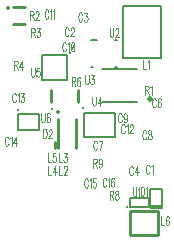
<source format=gto>
G04 DipTrace 2.4.0.2*
%INUSBBiPowerOTG.gto*%
%MOMM*%
%ADD10C,0.25*%
%ADD15C,0.203*%
%ADD40C,0.152*%
%ADD53O,0.343X0.293*%
%ADD57O,0.312X0.377*%
%ADD59O,0.303X0.3*%
%ADD62O,0.19X0.186*%
%ADD66C,0.18*%
%ADD72O,0.497X0.499*%
%ADD76O,0.253X0.267*%
%ADD79O,0.287X0.268*%
%ADD81O,0.257X0.256*%
%ADD122C,0.118*%
%FSLAX53Y53*%
G04*
G71*
G90*
G75*
G01*
%LNTopSilk*%
%LPD*%
X24644Y13605D2*
D40*
X25644D1*
Y15005D1*
X24644D1*
Y13605D1*
G36*
X24569Y13305D2*
X25719D1*
Y13655D1*
X24569D1*
Y13305D1*
G37*
X16545Y19010D2*
D10*
Y18510D1*
X25535Y30501D2*
D40*
X22335D1*
Y26101D1*
X25535D1*
Y30501D1*
X18304Y20982D2*
D10*
Y18482D1*
X16804Y20982D2*
Y18482D1*
D53*
X16796Y21539D3*
X22898Y13153D2*
D10*
X25298D1*
Y11153D1*
X22898D1*
Y13153D1*
X13049Y30406D2*
X14049D1*
X13049Y29006D2*
X14049D1*
D57*
X12578Y30327D3*
X16226Y22367D2*
D10*
Y23367D1*
X18526Y22367D2*
Y23367D1*
D59*
X16304Y21834D3*
X22888Y13466D2*
D40*
X24488D1*
Y14266D1*
X22888D1*
Y13466D1*
D62*
X22686D3*
X19609Y25383D2*
D66*
X19809D1*
X21609D2*
X21809D1*
X21609Y27683D2*
X21809D1*
X19609D2*
X20109D1*
X20540Y22418D2*
D40*
X23540D1*
X20540Y25218D2*
X23540D1*
D72*
X24591Y22617D3*
X19028Y21501D2*
D40*
X21628D1*
Y19401D1*
X19028D1*
Y21501D1*
D76*
X18975Y21867D3*
X17583Y26337D2*
D15*
X15483D1*
Y24237D1*
X17583D1*
Y26337D1*
D79*
X17802Y26550D3*
X13424Y20010D2*
D15*
X15181D1*
Y21366D1*
X13424D1*
Y20010D1*
D81*
X13456Y21675D3*
X24570Y16909D2*
D122*
X24548Y16981D1*
X24504Y17054D1*
X24461Y17091D1*
X24373D1*
X24329Y17054D1*
X24286Y16981D1*
X24264Y16909D1*
X24242Y16799D1*
Y16616D1*
X24264Y16508D1*
X24286Y16435D1*
X24329Y16362D1*
X24373Y16325D1*
X24461D1*
X24504Y16362D1*
X24548Y16435D1*
X24570Y16508D1*
X24711Y16944D2*
X24755Y16981D1*
X24821Y17090D1*
Y16325D1*
X17729Y28524D2*
X17707Y28596D1*
X17663Y28670D1*
X17620Y28706D1*
X17532D1*
X17488Y28670D1*
X17445Y28596D1*
X17422Y28524D1*
X17401Y28415D1*
Y28232D1*
X17422Y28123D1*
X17445Y28050D1*
X17488Y27977D1*
X17532Y27940D1*
X17620D1*
X17663Y27977D1*
X17707Y28050D1*
X17729Y28123D1*
X17892Y28523D2*
Y28559D1*
X17914Y28633D1*
X17936Y28669D1*
X17980Y28705D1*
X18067D1*
X18110Y28669D1*
X18132Y28633D1*
X18154Y28559D1*
Y28487D1*
X18132Y28414D1*
X18089Y28305D1*
X17870Y27940D1*
X18176D1*
X18870Y29788D2*
X18848Y29860D1*
X18804Y29933D1*
X18760Y29970D1*
X18673D1*
X18629Y29933D1*
X18586Y29860D1*
X18563Y29788D1*
X18542Y29678D1*
Y29495D1*
X18563Y29387D1*
X18586Y29313D1*
X18629Y29241D1*
X18673Y29204D1*
X18760D1*
X18804Y29241D1*
X18848Y29313D1*
X18870Y29387D1*
X19055Y29969D2*
X19295D1*
X19164Y29677D1*
X19230D1*
X19273Y29641D1*
X19295Y29605D1*
X19317Y29495D1*
Y29423D1*
X19295Y29313D1*
X19251Y29240D1*
X19186Y29204D1*
X19120D1*
X19055Y29240D1*
X19033Y29277D1*
X19011Y29350D1*
X23178Y16774D2*
X23156Y16847D1*
X23112Y16920D1*
X23069Y16956D1*
X22982D1*
X22938Y16920D1*
X22894Y16847D1*
X22872Y16774D1*
X22850Y16665D1*
Y16482D1*
X22872Y16373D1*
X22894Y16300D1*
X22938Y16227D1*
X22982Y16190D1*
X23069D1*
X23112Y16227D1*
X23156Y16300D1*
X23178Y16373D1*
X23538Y16190D2*
Y16955D1*
X23319Y16446D1*
X23647D1*
X25116Y22522D2*
X25094Y22594D1*
X25051Y22668D1*
X25007Y22704D1*
X24920D1*
X24876Y22668D1*
X24832Y22594D1*
X24810Y22522D1*
X24788Y22412D1*
Y22230D1*
X24810Y22121D1*
X24832Y22048D1*
X24876Y21975D1*
X24920Y21938D1*
X25007D1*
X25051Y21975D1*
X25094Y22048D1*
X25116Y22121D1*
X25520Y22594D2*
X25498Y22667D1*
X25432Y22703D1*
X25389D1*
X25323Y22667D1*
X25279Y22557D1*
X25257Y22375D1*
Y22193D1*
X25279Y22048D1*
X25323Y21974D1*
X25389Y21938D1*
X25411D1*
X25476Y21974D1*
X25520Y22048D1*
X25541Y22157D1*
Y22193D1*
X25520Y22303D1*
X25476Y22375D1*
X25411Y22412D1*
X25389D1*
X25323Y22375D1*
X25279Y22303D1*
X25257Y22193D1*
X20137Y18933D2*
X20115Y19006D1*
X20071Y19079D1*
X20028Y19115D1*
X19940D1*
X19896Y19079D1*
X19853Y19006D1*
X19831Y18933D1*
X19809Y18824D1*
Y18641D1*
X19831Y18532D1*
X19853Y18459D1*
X19896Y18387D1*
X19940Y18350D1*
X20028D1*
X20071Y18387D1*
X20115Y18459D1*
X20137Y18532D1*
X20365Y18350D2*
X20584Y19115D1*
X20278D1*
X24296Y19804D2*
X24274Y19877D1*
X24230Y19950D1*
X24187Y19986D1*
X24099D1*
X24056Y19950D1*
X24012Y19877D1*
X23990Y19804D1*
X23968Y19695D1*
Y19512D1*
X23990Y19403D1*
X24012Y19330D1*
X24056Y19258D1*
X24099Y19221D1*
X24187D1*
X24230Y19258D1*
X24274Y19330D1*
X24296Y19403D1*
X24546Y19985D2*
X24481Y19949D1*
X24459Y19877D1*
Y19803D1*
X24481Y19731D1*
X24525Y19694D1*
X24612Y19658D1*
X24678Y19622D1*
X24721Y19548D1*
X24743Y19476D1*
Y19366D1*
X24721Y19294D1*
X24700Y19257D1*
X24634Y19221D1*
X24546D1*
X24481Y19257D1*
X24459Y19294D1*
X24437Y19366D1*
Y19476D1*
X24459Y19548D1*
X24503Y19622D1*
X24568Y19658D1*
X24656Y19694D1*
X24700Y19731D1*
X24721Y19803D1*
Y19877D1*
X24700Y19949D1*
X24634Y19985D1*
X24546D1*
X22223Y21245D2*
X22201Y21317D1*
X22157Y21390D1*
X22114Y21426D1*
X22026D1*
X21982Y21390D1*
X21939Y21317D1*
X21917Y21245D1*
X21895Y21135D1*
Y20952D1*
X21917Y20844D1*
X21939Y20770D1*
X21982Y20698D1*
X22026Y20661D1*
X22114D1*
X22157Y20698D1*
X22201Y20770D1*
X22223Y20844D1*
X22649Y21171D2*
X22626Y21062D1*
X22583Y20988D1*
X22517Y20952D1*
X22496D1*
X22430Y20988D1*
X22386Y21062D1*
X22364Y21171D1*
Y21207D1*
X22386Y21317D1*
X22430Y21389D1*
X22496Y21426D1*
X22517D1*
X22583Y21389D1*
X22626Y21317D1*
X22649Y21171D1*
Y20988D1*
X22626Y20807D1*
X22583Y20697D1*
X22517Y20661D1*
X22474D1*
X22408Y20697D1*
X22386Y20770D1*
X17516Y27268D2*
X17494Y27340D1*
X17450Y27414D1*
X17407Y27450D1*
X17319D1*
X17275Y27414D1*
X17232Y27340D1*
X17210Y27268D1*
X17188Y27159D1*
Y26976D1*
X17210Y26867D1*
X17232Y26794D1*
X17275Y26721D1*
X17319Y26684D1*
X17407D1*
X17450Y26721D1*
X17494Y26794D1*
X17516Y26867D1*
X17657Y27303D2*
X17701Y27340D1*
X17767Y27449D1*
Y26684D1*
X18039Y27449D2*
X17974Y27413D1*
X17930Y27303D1*
X17908Y27121D1*
Y27012D1*
X17930Y26830D1*
X17974Y26721D1*
X18039Y26684D1*
X18083D1*
X18149Y26721D1*
X18192Y26830D1*
X18214Y27012D1*
Y27121D1*
X18192Y27303D1*
X18149Y27413D1*
X18083Y27449D1*
X18039D1*
X18192Y27303D2*
X17930Y26830D1*
X16006Y30044D2*
X15984Y30116D1*
X15940Y30189D1*
X15897Y30225D1*
X15809D1*
X15766Y30189D1*
X15722Y30116D1*
X15700Y30044D1*
X15678Y29934D1*
Y29751D1*
X15700Y29643D1*
X15722Y29569D1*
X15766Y29497D1*
X15809Y29460D1*
X15897D1*
X15940Y29497D1*
X15984Y29569D1*
X16006Y29643D1*
X16147Y30079D2*
X16191Y30116D1*
X16257Y30225D1*
Y29460D1*
X16398Y30079D2*
X16442Y30116D1*
X16508Y30225D1*
Y29460D1*
X22477Y20309D2*
X22455Y20382D1*
X22411Y20455D1*
X22368Y20491D1*
X22280D1*
X22236Y20455D1*
X22193Y20382D1*
X22170Y20309D1*
X22149Y20200D1*
Y20017D1*
X22170Y19908D1*
X22193Y19835D1*
X22236Y19762D1*
X22280Y19725D1*
X22368D1*
X22411Y19762D1*
X22455Y19835D1*
X22477Y19908D1*
X22618Y20344D2*
X22662Y20382D1*
X22728Y20490D1*
Y19725D1*
X22891Y20308D2*
Y20344D1*
X22913Y20418D1*
X22934Y20454D1*
X22978Y20490D1*
X23066D1*
X23109Y20454D1*
X23131Y20418D1*
X23153Y20344D1*
Y20272D1*
X23131Y20199D1*
X23088Y20090D1*
X22869Y19725D1*
X23175D1*
X13256Y22959D2*
X13235Y23032D1*
X13191Y23105D1*
X13147Y23141D1*
X13060D1*
X13016Y23105D1*
X12972Y23032D1*
X12950Y22959D1*
X12928Y22850D1*
Y22667D1*
X12950Y22558D1*
X12972Y22485D1*
X13016Y22412D1*
X13060Y22375D1*
X13147D1*
X13191Y22412D1*
X13235Y22485D1*
X13256Y22558D1*
X13398Y22995D2*
X13442Y23032D1*
X13507Y23140D1*
Y22375D1*
X13692Y23140D2*
X13932D1*
X13802Y22849D1*
X13867D1*
X13911Y22813D1*
X13932Y22776D1*
X13955Y22667D1*
Y22594D1*
X13932Y22485D1*
X13889Y22412D1*
X13823Y22375D1*
X13758D1*
X13692Y22412D1*
X13671Y22449D1*
X13648Y22521D1*
X12647Y19275D2*
X12625Y19347D1*
X12581Y19421D1*
X12537Y19457D1*
X12450D1*
X12406Y19421D1*
X12363Y19347D1*
X12340Y19275D1*
X12319Y19165D1*
Y18983D1*
X12340Y18874D1*
X12363Y18801D1*
X12406Y18728D1*
X12450Y18691D1*
X12537D1*
X12581Y18728D1*
X12625Y18801D1*
X12647Y18874D1*
X12788Y19310D2*
X12832Y19347D1*
X12898Y19456D1*
Y18691D1*
X13258D2*
Y19456D1*
X13039Y18946D1*
X13367D1*
X19356Y15734D2*
X19334Y15806D1*
X19290Y15879D1*
X19247Y15915D1*
X19159D1*
X19115Y15879D1*
X19072Y15806D1*
X19049Y15734D1*
X19028Y15624D1*
Y15441D1*
X19049Y15333D1*
X19072Y15259D1*
X19115Y15187D1*
X19159Y15150D1*
X19247D1*
X19290Y15187D1*
X19334Y15259D1*
X19356Y15333D1*
X19497Y15769D2*
X19541Y15806D1*
X19607Y15915D1*
Y15150D1*
X20010Y15915D2*
X19792D1*
X19770Y15587D1*
X19792Y15623D1*
X19857Y15660D1*
X19923D1*
X19988Y15623D1*
X20032Y15551D1*
X20054Y15441D1*
Y15369D1*
X20032Y15259D1*
X19988Y15186D1*
X19923Y15150D1*
X19857D1*
X19792Y15186D1*
X19770Y15223D1*
X19748Y15296D1*
X20918Y15794D2*
X20896Y15866D1*
X20853Y15940D1*
X20809Y15976D1*
X20722D1*
X20678Y15940D1*
X20634Y15866D1*
X20612Y15794D1*
X20590Y15685D1*
Y15502D1*
X20612Y15393D1*
X20634Y15320D1*
X20678Y15247D1*
X20722Y15210D1*
X20809D1*
X20853Y15247D1*
X20896Y15320D1*
X20918Y15393D1*
X21059Y15829D2*
X21103Y15866D1*
X21169Y15975D1*
Y15210D1*
X21573Y15866D2*
X21551Y15939D1*
X21485Y15975D1*
X21442D1*
X21376Y15939D1*
X21332Y15829D1*
X21310Y15647D1*
Y15466D1*
X21332Y15320D1*
X21376Y15247D1*
X21442Y15210D1*
X21463D1*
X21529Y15247D1*
X21573Y15320D1*
X21594Y15429D1*
Y15466D1*
X21573Y15575D1*
X21529Y15647D1*
X21463Y15684D1*
X21442D1*
X21376Y15647D1*
X21332Y15575D1*
X21310Y15466D1*
X23831Y15220D2*
Y14454D1*
X23984D1*
X24049Y14491D1*
X24093Y14564D1*
X24115Y14637D1*
X24137Y14746D1*
Y14929D1*
X24115Y15038D1*
X24093Y15110D1*
X24049Y15184D1*
X23984Y15220D1*
X23831D1*
X24278Y15073D2*
X24322Y15110D1*
X24388Y15219D1*
Y14454D1*
X15549Y20100D2*
Y19334D1*
X15702D1*
X15768Y19371D1*
X15812Y19444D1*
X15833Y19517D1*
X15855Y19626D1*
Y19809D1*
X15833Y19918D1*
X15812Y19990D1*
X15768Y20064D1*
X15702Y20100D1*
X15549D1*
X16018Y19917D2*
Y19953D1*
X16040Y20027D1*
X16062Y20063D1*
X16106Y20099D1*
X16193D1*
X16237Y20063D1*
X16258Y20027D1*
X16281Y19953D1*
Y19881D1*
X16258Y19808D1*
X16215Y19699D1*
X15996Y19334D1*
X16302D1*
X24014Y25935D2*
Y25170D1*
X24277D1*
X24418Y25789D2*
X24462Y25826D1*
X24528Y25934D1*
Y25170D1*
X16898Y16984D2*
Y16219D1*
X17160D1*
X17323Y16802D2*
Y16838D1*
X17345Y16911D1*
X17367Y16947D1*
X17411Y16984D1*
X17498D1*
X17542Y16947D1*
X17563Y16911D1*
X17586Y16838D1*
Y16765D1*
X17563Y16692D1*
X17520Y16583D1*
X17301Y16219D1*
X17607D1*
X16867Y18062D2*
Y17296D1*
X17129D1*
X17314Y18061D2*
X17554D1*
X17423Y17770D1*
X17489D1*
X17532Y17733D1*
X17554Y17697D1*
X17576Y17588D1*
Y17515D1*
X17554Y17406D1*
X17511Y17332D1*
X17445Y17296D1*
X17379D1*
X17314Y17332D1*
X17292Y17370D1*
X17270Y17442D1*
X15975Y16992D2*
Y16226D1*
X16238D1*
X16598D2*
Y16991D1*
X16379Y16482D1*
X16707D1*
X15940Y18079D2*
Y17313D1*
X16202D1*
X16606Y18078D2*
X16387D1*
X16366Y17750D1*
X16387Y17786D1*
X16453Y17823D1*
X16518D1*
X16584Y17786D1*
X16628Y17714D1*
X16650Y17604D1*
Y17532D1*
X16628Y17422D1*
X16584Y17349D1*
X16518Y17313D1*
X16453D1*
X16387Y17349D1*
X16366Y17386D1*
X16344Y17459D1*
X25549Y12707D2*
Y11941D1*
X25811D1*
X26215Y12598D2*
X26193Y12670D1*
X26127Y12706D1*
X26084D1*
X26018Y12670D1*
X25974Y12560D1*
X25952Y12379D1*
Y12197D1*
X25974Y12051D1*
X26018Y11978D1*
X26084Y11941D1*
X26105D1*
X26171Y11978D1*
X26215Y12051D1*
X26236Y12160D1*
Y12197D1*
X26215Y12306D1*
X26171Y12379D1*
X26105Y12415D1*
X26084D1*
X26018Y12379D1*
X25974Y12306D1*
X25952Y12197D1*
X24195Y23422D2*
X24392D1*
X24458Y23459D1*
X24480Y23495D1*
X24501Y23567D1*
Y23641D1*
X24480Y23713D1*
X24458Y23750D1*
X24392Y23786D1*
X24195D1*
Y23021D1*
X24348Y23422D2*
X24501Y23021D1*
X24643Y23640D2*
X24687Y23677D1*
X24752Y23786D1*
Y23021D1*
X14449Y29734D2*
X14646D1*
X14712Y29771D1*
X14734Y29808D1*
X14756Y29880D1*
Y29953D1*
X14734Y30026D1*
X14712Y30063D1*
X14646Y30099D1*
X14449D1*
Y29333D1*
X14603Y29734D2*
X14756Y29333D1*
X14919Y29916D2*
Y29953D1*
X14941Y30026D1*
X14963Y30062D1*
X15007Y30098D1*
X15094D1*
X15137Y30062D1*
X15159Y30026D1*
X15181Y29953D1*
Y29880D1*
X15159Y29807D1*
X15116Y29698D1*
X14897Y29333D1*
X15203D1*
X14563Y28280D2*
X14760D1*
X14826Y28317D1*
X14848Y28353D1*
X14870Y28426D1*
Y28499D1*
X14848Y28572D1*
X14826Y28609D1*
X14760Y28645D1*
X14563D1*
Y27879D1*
X14716Y28280D2*
X14870Y27879D1*
X15055Y28644D2*
X15295D1*
X15164Y28353D1*
X15230D1*
X15273Y28316D1*
X15295Y28280D1*
X15317Y28171D1*
Y28098D1*
X15295Y27989D1*
X15251Y27915D1*
X15186Y27879D1*
X15120D1*
X15055Y27915D1*
X15033Y27953D1*
X15011Y28025D1*
X13104Y25535D2*
X13301D1*
X13366Y25573D1*
X13389Y25609D1*
X13410Y25681D1*
Y25754D1*
X13389Y25827D1*
X13366Y25864D1*
X13301Y25900D1*
X13104D1*
Y25135D1*
X13257Y25535D2*
X13410Y25135D1*
X13770D2*
Y25899D1*
X13551Y25390D1*
X13879D1*
X17982Y24141D2*
X18179D1*
X18244Y24179D1*
X18267Y24215D1*
X18288Y24287D1*
Y24360D1*
X18267Y24433D1*
X18244Y24470D1*
X18179Y24506D1*
X17982D1*
Y23741D1*
X18135Y24141D2*
X18288Y23741D1*
X18692Y24397D2*
X18670Y24469D1*
X18604Y24505D1*
X18561D1*
X18495Y24469D1*
X18451Y24360D1*
X18429Y24178D1*
Y23996D1*
X18451Y23850D1*
X18495Y23777D1*
X18561Y23741D1*
X18583D1*
X18648Y23777D1*
X18692Y23850D1*
X18713Y23960D1*
Y23996D1*
X18692Y24105D1*
X18648Y24178D1*
X18583Y24214D1*
X18561D1*
X18495Y24178D1*
X18451Y24105D1*
X18429Y23996D1*
X21210Y14530D2*
X21406D1*
X21472Y14567D1*
X21494Y14603D1*
X21516Y14675D1*
Y14749D1*
X21494Y14821D1*
X21472Y14858D1*
X21406Y14894D1*
X21210D1*
Y14129D1*
X21363Y14530D2*
X21516Y14129D1*
X21766Y14894D2*
X21701Y14857D1*
X21679Y14785D1*
Y14712D1*
X21701Y14639D1*
X21745Y14602D1*
X21832Y14566D1*
X21898Y14530D1*
X21941Y14456D1*
X21963Y14384D1*
Y14274D1*
X21941Y14202D1*
X21920Y14165D1*
X21854Y14129D1*
X21766D1*
X21701Y14165D1*
X21679Y14202D1*
X21657Y14274D1*
Y14384D1*
X21679Y14456D1*
X21723Y14530D1*
X21788Y14566D1*
X21876Y14602D1*
X21920Y14639D1*
X21941Y14712D1*
Y14785D1*
X21920Y14857D1*
X21854Y14894D1*
X21766D1*
X19806Y17238D2*
X20003D1*
X20069Y17275D1*
X20091Y17311D1*
X20113Y17384D1*
Y17457D1*
X20091Y17529D1*
X20069Y17566D1*
X20003Y17603D1*
X19806D1*
Y16837D1*
X19960Y17238D2*
X20113Y16837D1*
X20538Y17347D2*
X20516Y17238D1*
X20473Y17165D1*
X20407Y17128D1*
X20385D1*
X20320Y17165D1*
X20276Y17238D1*
X20254Y17347D1*
Y17384D1*
X20276Y17493D1*
X20320Y17566D1*
X20385Y17602D1*
X20407D1*
X20473Y17566D1*
X20516Y17493D1*
X20538Y17347D1*
Y17165D1*
X20516Y16983D1*
X20473Y16873D1*
X20407Y16837D1*
X20363D1*
X20298Y16873D1*
X20276Y16946D1*
X23148Y15170D2*
Y14623D1*
X23170Y14514D1*
X23214Y14441D1*
X23280Y14404D1*
X23323D1*
X23389Y14441D1*
X23433Y14514D1*
X23454Y14623D1*
Y15170D1*
X23596Y15023D2*
X23640Y15060D1*
X23705Y15169D1*
Y14404D1*
X21207Y28675D2*
Y28129D1*
X21229Y28019D1*
X21273Y27947D1*
X21339Y27910D1*
X21382D1*
X21448Y27947D1*
X21492Y28019D1*
X21514Y28129D1*
Y28675D1*
X21677Y28493D2*
Y28529D1*
X21699Y28602D1*
X21720Y28638D1*
X21764Y28675D1*
X21852D1*
X21895Y28638D1*
X21917Y28602D1*
X21939Y28529D1*
Y28456D1*
X21917Y28383D1*
X21874Y28274D1*
X21655Y27910D1*
X21961D1*
X19100Y24664D2*
Y24117D1*
X19121Y24008D1*
X19165Y23935D1*
X19231Y23898D1*
X19275D1*
X19340Y23935D1*
X19384Y24008D1*
X19406Y24117D1*
Y24664D1*
X19591Y24663D2*
X19831D1*
X19700Y24372D1*
X19766D1*
X19809Y24336D1*
X19831Y24299D1*
X19853Y24190D1*
Y24117D1*
X19831Y24008D1*
X19788Y23935D1*
X19722Y23898D1*
X19656D1*
X19591Y23935D1*
X19569Y23972D1*
X19547Y24044D1*
X19720Y22855D2*
Y22308D1*
X19741Y22198D1*
X19785Y22126D1*
X19851Y22089D1*
X19895D1*
X19960Y22126D1*
X20004Y22198D1*
X20026Y22308D1*
Y22855D1*
X20386Y22089D2*
Y22854D1*
X20167Y22344D1*
X20495D1*
X14527Y25298D2*
Y24751D1*
X14548Y24642D1*
X14592Y24569D1*
X14658Y24532D1*
X14702D1*
X14767Y24569D1*
X14811Y24642D1*
X14833Y24751D1*
Y25298D1*
X15236Y25297D2*
X15018D1*
X14996Y24970D1*
X15018Y25006D1*
X15084Y25043D1*
X15149D1*
X15215Y25006D1*
X15259Y24933D1*
X15280Y24824D1*
Y24751D1*
X15259Y24642D1*
X15215Y24569D1*
X15149Y24532D1*
X15084D1*
X15018Y24569D1*
X14996Y24606D1*
X14974Y24678D1*
X15401Y21457D2*
Y20910D1*
X15423Y20800D1*
X15467Y20728D1*
X15533Y20691D1*
X15576D1*
X15642Y20728D1*
X15686Y20800D1*
X15707Y20910D1*
Y21457D1*
X16111Y21347D2*
X16089Y21419D1*
X16023Y21456D1*
X15980D1*
X15914Y21419D1*
X15870Y21310D1*
X15849Y21128D1*
Y20946D1*
X15870Y20800D1*
X15914Y20727D1*
X15980Y20691D1*
X16002D1*
X16067Y20727D1*
X16111Y20800D1*
X16133Y20910D1*
Y20946D1*
X16111Y21056D1*
X16067Y21128D1*
X16002Y21164D1*
X15980D1*
X15914Y21128D1*
X15870Y21056D1*
X15849Y20946D1*
M02*

</source>
